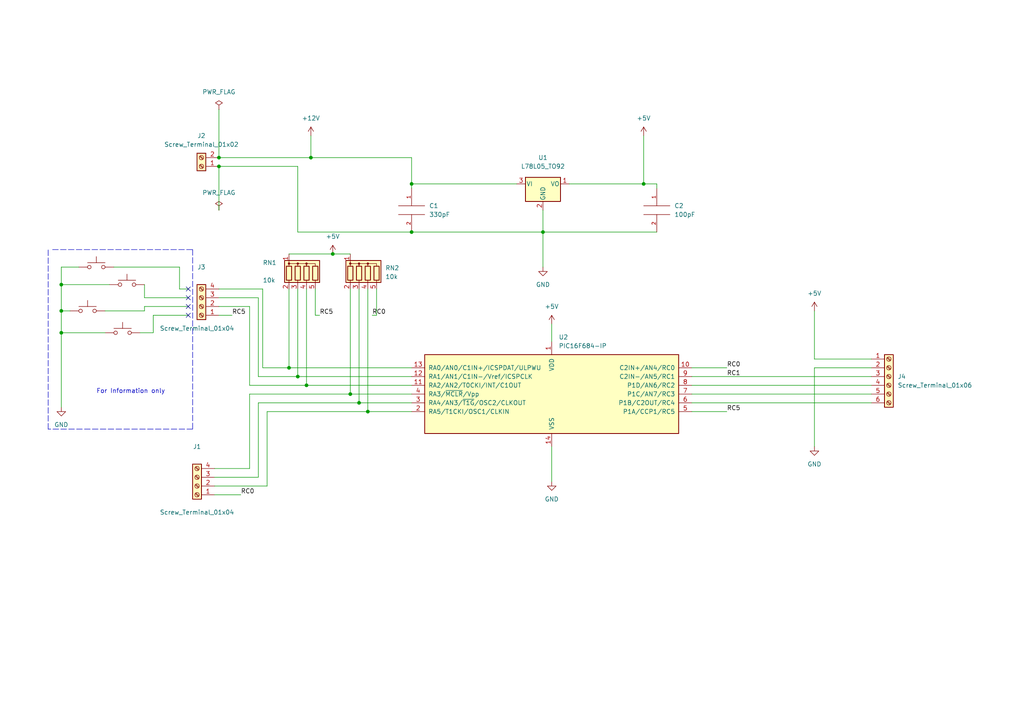
<source format=kicad_sch>
(kicad_sch (version 20211123) (generator eeschema)
  (paper "A4")
  (title_block (title "Button Servo") (date "2023-03-13") (rev "1.0"))
  (lib_symbols
    (symbol "Connector:Screw_Terminal_01x02" (pin_names (offset 1.016) hide)
      (property "Reference" "J" (at 0 2.54 0))
      (property "Value" "Screw_Terminal_01x02" (at 0 -5.08 0))
      (symbol "Screw_Terminal_01x02_1_1"
        (rectangle (start -1.27 1.27) (end 1.27 -3.81) (stroke (width 0.254)) (fill (type background)))
        (circle (center 0 -2.54) (radius 0.635) (stroke (width 0.1524)))
        (polyline (pts (xy -0.5334 -2.2098) (xy 0.3302 -3.048)) (stroke (width 0.1524)))
        (polyline (pts (xy -0.5334 0.3302) (xy 0.3302 -0.508)) (stroke (width 0.1524)))
        (polyline (pts (xy -0.3556 -2.032) (xy 0.508 -2.8702)) (stroke (width 0.1524)))
        (polyline (pts (xy -0.3556 0.508) (xy 0.508 -0.3302)) (stroke (width 0.1524)))
        (circle (center 0 0) (radius 0.635) (stroke (width 0.1524)))
        (pin passive line (at -5.08 0 0) (length 3.81) (name "Pin_1") (number "1"))
        (pin passive line (at -5.08 -2.54 0) (length 3.81) (name "Pin_2") (number "2"))
      )
    )
    (symbol "Connector:Screw_Terminal_01x04" (pin_names (offset 1.016) hide)
      (property "Reference" "J" (at 0 5.08 0))
      (property "Value" "Screw_Terminal_01x04" (at 0 -7.62 0))
      (symbol "Screw_Terminal_01x04_1_1"
        (rectangle (start -1.27 3.81) (end 1.27 -6.35) (stroke (width 0.254)) (fill (type background)))
        (circle (center 0 -5.08) (radius 0.635) (stroke (width 0.1524)))
        (circle (center 0 -2.54) (radius 0.635) (stroke (width 0.1524)))
        (polyline (pts (xy -0.5334 -4.7498) (xy 0.3302 -5.588)) (stroke (width 0.1524)))
        (polyline (pts (xy -0.5334 -2.2098) (xy 0.3302 -3.048)) (stroke (width 0.1524)))
        (polyline (pts (xy -0.5334 0.3302) (xy 0.3302 -0.508)) (stroke (width 0.1524)))
        (polyline (pts (xy -0.5334 2.8702) (xy 0.3302 2.032)) (stroke (width 0.1524)))
        (polyline (pts (xy -0.3556 -4.572) (xy 0.508 -5.4102)) (stroke (width 0.1524)))
        (polyline (pts (xy -0.3556 -2.032) (xy 0.508 -2.8702)) (stroke (width 0.1524)))
        (polyline (pts (xy -0.3556 0.508) (xy 0.508 -0.3302)) (stroke (width 0.1524)))
        (polyline (pts (xy -0.3556 3.048) (xy 0.508 2.2098)) (stroke (width 0.1524)))
        (circle (center 0 0) (radius 0.635) (stroke (width 0.1524)))
        (circle (center 0 2.54) (radius 0.635) (stroke (width 0.1524)))
        (pin passive line (at -5.08 2.54 0) (length 3.81) (name "Pin_1") (number "1"))
        (pin passive line (at -5.08 0 0) (length 3.81) (name "Pin_2") (number "2"))
        (pin passive line (at -5.08 -2.54 0) (length 3.81) (name "Pin_3") (number "3"))
        (pin passive line (at -5.08 -5.08 0) (length 3.81) (name "Pin_4") (number "4"))
      )
    )
    (symbol "Connector:Screw_Terminal_01x06" (pin_names (offset 1.016) hide)
      (property "Reference" "J" (at 0 7.62 0))
      (property "Value" "Screw_Terminal_01x06" (at 0 -10.16 0))
      (symbol "Screw_Terminal_01x06_1_1"
        (rectangle (start -1.27 6.35) (end 1.27 -8.89) (stroke (width 0.254)) (fill (type background)))
        (circle (center 0 -7.62) (radius 0.635) (stroke (width 0.1524)))
        (circle (center 0 -5.08) (radius 0.635) (stroke (width 0.1524)))
        (circle (center 0 -2.54) (radius 0.635) (stroke (width 0.1524)))
        (polyline (pts (xy -0.5334 -7.2898) (xy 0.3302 -8.128)) (stroke (width 0.1524)))
        (polyline (pts (xy -0.5334 -4.7498) (xy 0.3302 -5.588)) (stroke (width 0.1524)))
        (polyline (pts (xy -0.5334 -2.2098) (xy 0.3302 -3.048)) (stroke (width 0.1524)))
        (polyline (pts (xy -0.5334 0.3302) (xy 0.3302 -0.508)) (stroke (width 0.1524)))
        (polyline (pts (xy -0.5334 2.8702) (xy 0.3302 2.032)) (stroke (width 0.1524)))
        (polyline (pts (xy -0.5334 5.4102) (xy 0.3302 4.572)) (stroke (width 0.1524)))
        (polyline (pts (xy -0.3556 -7.112) (xy 0.508 -7.9502)) (stroke (width 0.1524)))
        (polyline (pts (xy -0.3556 -4.572) (xy 0.508 -5.4102)) (stroke (width 0.1524)))
        (polyline (pts (xy -0.3556 -2.032) (xy 0.508 -2.8702)) (stroke (width 0.1524)))
        (polyline (pts (xy -0.3556 0.508) (xy 0.508 -0.3302)) (stroke (width 0.1524)))
        (polyline (pts (xy -0.3556 3.048) (xy 0.508 2.2098)) (stroke (width 0.1524)))
        (polyline (pts (xy -0.3556 5.588) (xy 0.508 4.7498)) (stroke (width 0.1524)))
        (circle (center 0 0) (radius 0.635) (stroke (width 0.1524)))
        (circle (center 0 2.54) (radius 0.635) (stroke (width 0.1524)))
        (circle (center 0 5.08) (radius 0.635) (stroke (width 0.1524)))
        (pin passive line (at -5.08 5.08 0) (length 3.81) (name "Pin_1") (number "1"))
        (pin passive line (at -5.08 2.54 0) (length 3.81) (name "Pin_2") (number "2"))
        (pin passive line (at -5.08 0 0) (length 3.81) (name "Pin_3") (number "3"))
        (pin passive line (at -5.08 -2.54 0) (length 3.81) (name "Pin_4") (number "4"))
        (pin passive line (at -5.08 -5.08 0) (length 3.81) (name "Pin_5") (number "5"))
        (pin passive line (at -5.08 -7.62 0) (length 3.81) (name "Pin_6") (number "6"))
      )
    )
    (symbol "Device:R_Network04" (pin_names (offset 0) hide)
      (property "Reference" "RN" (at -7.62 0 90))
      (property "Value" "R_Network04" (at 5.08 0 90))
      (symbol "R_Network04_0_1"
        (rectangle (start -6.35 -3.175) (end 3.81 3.175) (stroke (width 0.254)) (fill (type background)))
        (rectangle (start -5.842 1.524) (end -4.318 -2.54) (stroke (width 0.254)))
        (circle (center -5.08 2.286) (radius 0.254) (fill (type outline)))
        (rectangle (start -3.302 1.524) (end -1.778 -2.54) (stroke (width 0.254)))
        (circle (center -2.54 2.286) (radius 0.254) (fill (type outline)))
        (rectangle (start -0.762 1.524) (end 0.762 -2.54) (stroke (width 0.254)))
        (polyline (pts (xy -5.08 -2.54) (xy -5.08 -3.81)))
        (polyline (pts (xy -2.54 -2.54) (xy -2.54 -3.81)))
        (polyline (pts (xy 0 -2.54) (xy 0 -3.81)))
        (polyline (pts (xy 2.54 -2.54) (xy 2.54 -3.81)))
        (polyline (pts (xy -5.08 1.524) (xy -5.08 2.286) (xy -2.54 2.286) (xy -2.54 1.524)))
        (polyline (pts (xy -2.54 1.524) (xy -2.54 2.286) (xy 0 2.286) (xy 0 1.524)))
        (polyline (pts (xy 0 1.524) (xy 0 2.286) (xy 2.54 2.286) (xy 2.54 1.524)))
        (circle (center 0 2.286) (radius 0.254) (fill (type outline)))
        (rectangle (start 1.778 1.524) (end 3.302 -2.54) (stroke (width 0.254)))
      )
      (symbol "R_Network04_1_1"
        (pin passive line (at -5.08 5.08 270) (length 2.54) (name "common") (number "1"))
        (pin passive line (at -5.08 -5.08 90) (length 1.27) (name "R1") (number "2"))
        (pin passive line (at -2.54 -5.08 90) (length 1.27) (name "R2") (number "3"))
        (pin passive line (at 0 -5.08 90) (length 1.27) (name "R3") (number "4"))
        (pin passive line (at 2.54 -5.08 90) (length 1.27) (name "R4") (number "5"))
      )
    )
    (symbol "MCU_Microchip_PIC16:PIC16F684-IP" (pin_names (offset 1.016))
      (property "Reference" "U" (at -35.56 15.24 0))
      (property "Value" "PIC16F684-IP" (at -35.56 12.7 0))
      (symbol "PIC16F684-IP_0_1"
        (rectangle (start -36.83 11.43) (end 36.83 -11.43) (stroke (width 0.254)) (fill (type background)))
      )
      (symbol "PIC16F684-IP_1_1"
        (pin power_in line (at 0 15.24 270) (length 3.81) (name "VDD") (number "1"))
        (pin bidirectional line (at 40.64 7.62 180) (length 3.81) (name "C2IN+/AN4/RC0") (number "10"))
        (pin bidirectional line (at -40.64 2.54 0) (length 3.81) (name "RA2/AN2/T0CKI/INT/C1OUT") (number "11"))
        (pin bidirectional line (at -40.64 5.08 0) (length 3.81) (name "RA1/AN1/C1IN-/Vref/ICSPCLK") (number "12"))
        (pin bidirectional line (at -40.64 7.62 0) (length 3.81) (name "RA0/AN0/C1IN+/ICSPDAT/ULPWU") (number "13"))
        (pin power_in line (at 0 -15.24 90) (length 3.81) (name "VSS") (number "14"))
        (pin bidirectional line (at -40.64 -5.08 0) (length 3.81) (name "RA5/T1CKI/OSC1/CLKIN") (number "2"))
        (pin bidirectional line (at -40.64 -2.54 0) (length 3.81) (name "RA4/AN3/~{T1G}/OSC2/CLKOUT") (number "3"))
        (pin input line (at -40.64 0 0) (length 3.81) (name "RA3/~{MCLR}/Vpp") (number "4"))
        (pin bidirectional line (at 40.64 -5.08 180) (length 3.81) (name "P1A/CCP1/RC5") (number "5"))
        (pin bidirectional line (at 40.64 -2.54 180) (length 3.81) (name "P1B/C2OUT/RC4") (number "6"))
        (pin bidirectional line (at 40.64 0 180) (length 3.81) (name "P1C/AN7/RC3") (number "7"))
        (pin bidirectional line (at 40.64 2.54 180) (length 3.81) (name "P1D/AN6/RC2") (number "8"))
        (pin bidirectional line (at 40.64 5.08 180) (length 3.81) (name "C2IN-/AN5/RC1") (number "9"))
      )
    )
    (symbol "Regulator_Linear:L78L05_TO92" (pin_names (offset 0.254))
      (property "Reference" "U" (at -3.81 3.175 0))
      (property "Value" "L78L05_TO92" (at 0 3.175 0))
      (symbol "L78L05_TO92_0_1"
        (rectangle (start -5.08 -5.08) (end 5.08 1.905) (stroke (width 0.254)) (fill (type background)))
      )
      (symbol "L78L05_TO92_1_1"
        (pin power_out line (at 7.62 0 180) (length 2.54) (name "VO") (number "1"))
        (pin power_in line (at 0 -7.62 90) (length 2.54) (name "GND") (number "2"))
        (pin power_in line (at -7.62 0 0) (length 2.54) (name "VI") (number "3"))
      )
    )
    (symbol "Switch:SW_Push" (pin_numbers hide) (pin_names (offset 1.016) hide)
      (property "Reference" "SW" (at 1.27 2.54 0))
      (property "Value" "SW_Push" (at 0 -1.524 0))
      (symbol "SW_Push_0_1"
        (circle (center -2.032 0) (radius 0.508))
        (polyline (pts (xy 0 1.27) (xy 0 3.048)))
        (polyline (pts (xy 2.54 1.27) (xy -2.54 1.27)))
        (circle (center 2.032 0) (radius 0.508))
        (pin passive line (at -5.08 0 0) (length 2.54) (name "1") (number "1"))
        (pin passive line (at 5.08 0 180) (length 2.54) (name "2") (number "2"))
      )
    )
    (symbol "power:+12V" (power) (pin_names (offset 0))
      (property "Value" "+12V" (at 0 3.556 0))
      (symbol "+12V_0_1"
        (polyline (pts (xy -0.762 1.27) (xy 0 2.54)))
        (polyline (pts (xy 0 0) (xy 0 2.54)))
        (polyline (pts (xy 0 2.54) (xy 0.762 1.27)))
      )
      (symbol "+12V_1_1"
        (pin power_in line (at 0 0 90) (length 0) hide (name "+12V") (number "1"))
      )
    )
    (symbol "power:+5V" (power) (pin_names (offset 0))
      (property "Value" "+5V" (at 0 3.556 0))
      (symbol "+5V_0_1"
        (polyline (pts (xy -0.762 1.27) (xy 0 2.54)))
        (polyline (pts (xy 0 0) (xy 0 2.54)))
        (polyline (pts (xy 0 2.54) (xy 0.762 1.27)))
      )
      (symbol "+5V_1_1"
        (pin power_in line (at 0 0 90) (length 0) hide (name "+5V") (number "1"))
      )
    )
    (symbol "power:GND" (power) (pin_names (offset 0))
      (property "Value" "GND" (at 0 -3.81 0))
      (symbol "GND_0_1"
        (polyline (pts (xy 0 0) (xy 0 -1.27) (xy 1.27 -1.27) (xy 0 -2.54) (xy -1.27 -1.27) (xy 0 -1.27)))
      )
      (symbol "GND_1_1"
        (pin power_in line (at 0 0 270) (length 0) hide (name "GND") (number "1"))
      )
    )
    (symbol "power:PWR_FLAG" (power) (pin_numbers hide) (pin_names (offset 0) hide)
      (property "Value" "PWR_FLAG" (at 0 3.81 0))
      (symbol "PWR_FLAG_0_0"
        (pin power_out line (at 0 0 90) (length 0) (name "pwr") (number "1"))
      )
      (symbol "PWR_FLAG_0_1"
        (polyline (pts (xy 0 0) (xy 0 1.27) (xy -1.016 1.905) (xy 0 2.54) (xy 1.016 1.905) (xy 0 1.27)))
      )
    )
    (symbol "pspice:C" (pin_names (offset 0.254))
      (property "Reference" "C" (at 2.54 3.81 90))
      (property "Value" "C" (at 2.54 -3.81 90))
      (symbol "C_0_1"
        (polyline (pts (xy -3.81 -1.27) (xy 3.81 -1.27)))
        (polyline (pts (xy -3.81 1.27) (xy 3.81 1.27)))
      )
      (symbol "C_1_1"
        (pin passive line (at 0 6.35 270) (length 5.08) (name "~") (number "1"))
        (pin passive line (at 0 -6.35 90) (length 5.08) (name "~") (number "2"))
      )
    )
  )
  (junction (at 104.14 116.84))
  (junction (at 63.5 48.26))
  (junction (at 17.78 82.55))
  (junction (at 96.52 73.66))
  (junction (at 119.38 53.34))
  (junction (at 101.6 114.3))
  (junction (at 63.5 45.72))
  (junction (at 88.9 111.76))
  (junction (at 186.69 53.34))
  (junction (at 106.68 119.38))
  (junction (at 83.82 106.68))
  (junction (at 90.17 45.72))
  (junction (at 17.78 96.52))
  (junction (at 86.36 109.22))
  (junction (at 157.48 67.31))
  (junction (at 17.78 90.17))
  (junction (at 119.38 67.31))
  (no_connect (at 54.61 88.9))
  (no_connect (at 54.61 83.82))
  (no_connect (at 54.61 86.36))
  (no_connect (at 54.61 91.44))
  (wire (pts (xy 41.91 90.17) (xy 41.91 88.9)))
  (wire (pts (xy 236.22 106.68) (xy 252.73 106.68)))
  (wire (pts (xy 52.07 83.82) (xy 54.61 83.82)))
  (wire (pts (xy 74.93 109.22) (xy 86.36 109.22)))
  (wire (pts (xy 88.9 83.82) (xy 88.9 111.76)))
  (wire (pts (xy 119.38 67.31) (xy 86.36 67.31)))
  (wire (pts (xy 17.78 90.17) (xy 20.32 90.17)))
  (wire (pts (xy 40.64 96.52) (xy 44.45 96.52)))
  (wire (pts (xy 74.93 86.36) (xy 63.5 86.36)))
  (wire (pts (xy 190.5 53.34) (xy 190.5 54.61)))
  (wire (pts (xy 104.14 83.82) (xy 104.14 116.84)))
  (wire (pts (xy 76.2 83.82) (xy 63.5 83.82)))
  (wire (pts (xy 62.23 135.89) (xy 72.39 135.89)))
  (wire (pts (xy 72.39 114.3) (xy 101.6 114.3)))
  (wire (pts (xy 77.47 119.38) (xy 106.68 119.38)))
  (wire (pts (xy 83.82 106.68) (xy 119.38 106.68)))
  (wire (pts (xy 17.78 77.47) (xy 17.78 82.55)))
  (wire (pts (xy 63.5 45.72) (xy 90.17 45.72)))
  (wire (pts (xy 86.36 67.31) (xy 86.36 48.26)))
  (wire (pts (xy 44.45 91.44) (xy 54.61 91.44)))
  (wire (pts (xy 109.22 83.82) (xy 109.22 91.44)))
  (wire (pts (xy 96.52 73.66) (xy 101.6 73.66)))
  (wire (pts (xy 160.02 93.98) (xy 160.02 99.06)))
  (wire (pts (xy 72.39 111.76) (xy 88.9 111.76)))
  (wire (pts (xy 77.47 119.38) (xy 77.47 140.97)))
  (wire (pts (xy 157.48 60.96) (xy 157.48 67.31)))
  (polyline (pts (xy 13.97 124.46) (xy 13.97 72.39)))
  (wire (pts (xy 44.45 96.52) (xy 44.45 91.44)))
  (wire (pts (xy 17.78 96.52) (xy 30.48 96.52)))
  (wire (pts (xy 62.23 143.51) (xy 69.85 143.51)))
  (wire (pts (xy 17.78 82.55) (xy 31.75 82.55)))
  (wire (pts (xy 62.23 140.97) (xy 77.47 140.97)))
  (wire (pts (xy 86.36 48.26) (xy 63.5 48.26)))
  (wire (pts (xy 83.82 83.82) (xy 83.82 106.68)))
  (wire (pts (xy 63.5 91.44) (xy 67.31 91.44)))
  (wire (pts (xy 17.78 82.55) (xy 17.78 90.17)))
  (wire (pts (xy 200.66 106.68) (xy 210.82 106.68)))
  (wire (pts (xy 74.93 109.22) (xy 74.93 86.36)))
  (wire (pts (xy 90.17 45.72) (xy 119.38 45.72)))
  (polyline (pts (xy 15.24 72.39) (xy 55.88 72.39)))
  (wire (pts (xy 119.38 54.61) (xy 119.38 53.34)))
  (polyline (pts (xy 55.88 124.46) (xy 13.97 124.46)))
  (wire (pts (xy 74.93 116.84) (xy 104.14 116.84)))
  (wire (pts (xy 91.44 91.44) (xy 92.71 91.44)))
  (wire (pts (xy 76.2 83.82) (xy 76.2 106.68)))
  (wire (pts (xy 30.48 90.17) (xy 41.91 90.17)))
  (wire (pts (xy 236.22 104.14) (xy 252.73 104.14)))
  (wire (pts (xy 91.44 83.82) (xy 91.44 91.44)))
  (wire (pts (xy 119.38 67.31) (xy 157.48 67.31)))
  (wire (pts (xy 72.39 135.89) (xy 72.39 114.3)))
  (wire (pts (xy 157.48 67.31) (xy 190.5 67.31)))
  (wire (pts (xy 63.5 31.75) (xy 63.5 45.72)))
  (wire (pts (xy 76.2 106.68) (xy 83.82 106.68)))
  (wire (pts (xy 119.38 53.34) (xy 149.86 53.34)))
  (wire (pts (xy 72.39 111.76) (xy 72.39 88.9)))
  (wire (pts (xy 83.82 73.66) (xy 96.52 73.66)))
  (wire (pts (xy 41.91 88.9) (xy 54.61 88.9)))
  (wire (pts (xy 62.23 138.43) (xy 74.93 138.43)))
  (wire (pts (xy 41.91 86.36) (xy 54.61 86.36)))
  (wire (pts (xy 157.48 67.31) (xy 157.48 77.47)))
  (wire (pts (xy 236.22 129.54) (xy 236.22 106.68)))
  (wire (pts (xy 200.66 116.84) (xy 252.73 116.84)))
  (wire (pts (xy 86.36 83.82) (xy 86.36 109.22)))
  (wire (pts (xy 104.14 116.84) (xy 119.38 116.84)))
  (wire (pts (xy 88.9 111.76) (xy 119.38 111.76)))
  (wire (pts (xy 165.1 53.34) (xy 186.69 53.34)))
  (wire (pts (xy 63.5 48.26) (xy 63.5 60.96)))
  (wire (pts (xy 101.6 114.3) (xy 119.38 114.3)))
  (wire (pts (xy 200.66 111.76) (xy 252.73 111.76)))
  (wire (pts (xy 22.86 77.47) (xy 17.78 77.47)))
  (wire (pts (xy 200.66 114.3) (xy 252.73 114.3)))
  (wire (pts (xy 72.39 88.9) (xy 63.5 88.9)))
  (polyline (pts (xy 55.88 72.39) (xy 55.88 124.46)))
  (wire (pts (xy 200.66 119.38) (xy 210.82 119.38)))
  (wire (pts (xy 106.68 119.38) (xy 119.38 119.38)))
  (wire (pts (xy 41.91 82.55) (xy 41.91 86.36)))
  (wire (pts (xy 33.02 77.47) (xy 52.07 77.47)))
  (wire (pts (xy 74.93 138.43) (xy 74.93 116.84)))
  (wire (pts (xy 17.78 90.17) (xy 17.78 96.52)))
  (wire (pts (xy 52.07 77.47) (xy 52.07 83.82)))
  (wire (pts (xy 106.68 83.82) (xy 106.68 119.38)))
  (wire (pts (xy 186.69 39.37) (xy 186.69 53.34)))
  (wire (pts (xy 86.36 109.22) (xy 119.38 109.22)))
  (wire (pts (xy 236.22 90.17) (xy 236.22 104.14)))
  (wire (pts (xy 119.38 45.72) (xy 119.38 53.34)))
  (wire (pts (xy 160.02 129.54) (xy 160.02 139.7)))
  (wire (pts (xy 109.22 91.44) (xy 107.95 91.44)))
  (wire (pts (xy 200.66 109.22) (xy 252.73 109.22)))
  (wire (pts (xy 186.69 53.34) (xy 190.5 53.34)))
  (wire (pts (xy 17.78 96.52) (xy 17.78 118.11)))
  (wire (pts (xy 101.6 83.82) (xy 101.6 114.3)))
  (wire (pts (xy 90.17 39.37) (xy 90.17 45.72)))
  (text "For Information only\n" (at 27.94 114.3 0) (effects (font (size 1.27 1.27)) (justify left bottom)))
  (label "RC5" (at 92.71 91.44 0))
  (label "RC5" (at 210.82 119.38 0))
  (label "RC0" (at 69.85 143.51 0))
  (label "RC0" (at 210.82 106.68 0))
  (label "RC1" (at 210.82 109.22 0))
  (label "RC0" (at 107.95 91.44 0))
  (label "RC5" (at 67.31 91.44 0))
  (symbol (lib_id "Connector:Screw_Terminal_01x06") (at 257.81 109.22 0) (unit 1)
    (property "Reference" "J4" (at 260.35 109.2199 0) (effects (justify left)))
    (property "Value" "Screw_Terminal_01x06" (at 260.35 111.7599 0) (effects (justify left)))
    (property "Footprint" "TerminalBlock_MetzConnect:TerminalBlock_MetzConnect_Type059_RT06306HBWC_1x06_P3.50mm_Horizontal" (effects hide))
  )
  (symbol (lib_id "power:GND") (at 236.22 129.54 0) (unit 1)
    (property "Reference" "#PWR0103" (effects hide))
    (property "Value" "GND" (at 236.22 134.62 0))
  )
  (symbol (lib_id "power:+5V") (at 186.69 39.37 0) (unit 1)
    (property "Reference" "#PWR0104" (effects hide))
    (property "Value" "+5V" (at 186.69 34.29 0))
  )
  (symbol (lib_id "power:PWR_FLAG") (at 63.5 31.75 0) (unit 1)
    (property "Reference" "#FLG0102" (effects hide))
    (property "Value" "PWR_FLAG" (at 63.5 26.67 0))
  )
  (symbol (lib_id "Connector:Screw_Terminal_01x04") (at 57.15 140.97 180) (unit 1)
    (property "Reference" "J1" (at 57.15 129.54 0))
    (property "Value" "Screw_Terminal_01x04" (at 57.15 148.59 0))
    (property "Footprint" "TerminalBlock_MetzConnect:TerminalBlock_MetzConnect_Type059_RT06304HBWC_1x04_P3.50mm_Horizontal" (effects hide))
  )
  (symbol (lib_id "Switch:SW_Push") (at 25.4 90.17 0) (unit 1) (on_board no)
    (property "Reference" "SW1" (effects hide))
    (property "Value" "SW_Push" (effects hide))
  )
  (symbol (lib_id "Device:R_Network04") (at 88.9 78.74 0) (unit 1)
    (property "Reference" "RN1" (at 76.2 76.2 0) (effects (justify left)))
    (property "Value" "10k" (at 76.2 81.28 0) (effects (justify left)))
    (property "Footprint" "Resistor_THT:R_Array_SIP5" (effects hide))
    (property "Datasheet" "http://www.vishay.com/docs/31509/csc.pdf" (effects hide))
  )
  (symbol (lib_id "Connector:Screw_Terminal_01x02") (at 58.42 48.26 180) (unit 1)
    (property "Reference" "J2" (at 58.42 39.37 0))
    (property "Value" "Screw_Terminal_01x02" (at 58.42 41.91 0))
    (property "Footprint" "TerminalBlock_MetzConnect:TerminalBlock_MetzConnect_Type059_RT06302HBWC_1x02_P3.50mm_Horizontal" (effects hide))
  )
  (symbol (lib_id "Switch:SW_Push") (at 36.83 82.55 0) (unit 1) (on_board no)
    (property "Reference" "SW4" (effects hide))
    (property "Value" "SW_Push" (effects hide))
  )
  (symbol (lib_id "power:+12V") (at 90.17 39.37 0) (unit 1)
    (property "Reference" "#PWR0107" (effects hide))
    (property "Value" "+12V" (at 90.17 34.29 0))
  )
  (symbol (lib_id "Connector:Screw_Terminal_01x04") (at 58.42 88.9 180) (unit 1)
    (property "Reference" "J3" (at 58.42 77.47 0))
    (property "Value" "Screw_Terminal_01x04" (at 57.15 95.25 0))
    (property "Footprint" "TerminalBlock_MetzConnect:TerminalBlock_MetzConnect_Type059_RT06304HBWC_1x04_P3.50mm_Horizontal" (effects hide))
  )
  (symbol (lib_id "pspice:C") (at 119.38 60.96 0) (unit 1)
    (property "Reference" "C1" (at 124.46 59.6899 0) (effects (justify left)))
    (property "Value" "330pF" (at 124.46 62.2299 0) (effects (justify left)))
    (property "Footprint" "Capacitor_THT:CP_Radial_D4.0mm_P1.50mm" (effects hide))
  )
  (symbol (lib_id "pspice:C") (at 190.5 60.96 0) (unit 1)
    (property "Reference" "C2" (at 195.58 59.6899 0) (effects (justify left)))
    (property "Value" "100pF" (at 195.58 62.2299 0) (effects (justify left)))
    (property "Footprint" "Capacitor_THT:CP_Radial_D4.0mm_P1.50mm" (effects hide))
  )
  (symbol (lib_id "Device:R_Network04") (at 106.68 78.74 0) (unit 1)
    (property "Reference" "RN2" (at 111.76 77.7239 0) (effects (justify left)))
    (property "Value" "10k" (at 111.76 80.2639 0) (effects (justify left)))
    (property "Footprint" "Resistor_THT:R_Array_SIP5" (effects hide))
    (property "Datasheet" "http://www.vishay.com/docs/31509/csc.pdf" (effects hide))
  )
  (symbol (lib_id "Regulator_Linear:L78L05_TO92") (at 157.48 53.34 0) (unit 1)
    (property "Reference" "U1" (at 157.48 45.72 0))
    (property "Value" "L78L05_TO92" (at 157.48 48.26 0))
    (property "Footprint" "Package_TO_SOT_THT:TO-92_Inline" (effects hide))
    (property "Datasheet" "http://www.st.com/content/ccc/resource/technical/document/datasheet/15/55/e5/aa/23/5b/43/fd/CD00000446.pdf/files/CD00000446.pdf/jcr:content/translations/en.CD00000446.pdf" (effects hide))
  )
  (symbol (lib_id "power:GND") (at 160.02 139.7 0) (unit 1)
    (property "Reference" "#PWR0102" (effects hide))
    (property "Value" "GND" (at 160.02 144.78 0))
  )
  (symbol (lib_id "power:+5V") (at 96.52 73.66 0) (unit 1)
    (property "Reference" "#PWR0108" (effects hide))
    (property "Value" "+5V" (at 96.52 68.58 0))
  )
  (symbol (lib_id "MCU_Microchip_PIC16:PIC16F684-IP") (at 160.02 114.3 0) (unit 1)
    (property "Reference" "U2" (at 162.0394 97.79 0) (effects (justify left)))
    (property "Value" "PIC16F684-IP" (at 162.0394 100.33 0) (effects (justify left)))
    (property "Footprint" "Package_DIP:DIP-18_W7.62mm_LongPads" (effects hide))
    (property "Datasheet" "http://ww1.microchip.com/downloads/en/DeviceDoc/41202F-print.pdf" (effects hide))
  )
  (symbol (lib_id "power:+5V") (at 160.02 93.98 0) (unit 1)
    (property "Reference" "#PWR0101" (effects hide))
    (property "Value" "+5V" (at 160.02 88.9 0))
  )
  (symbol (lib_id "Switch:SW_Push") (at 35.56 96.52 0) (unit 1) (on_board no)
    (property "Reference" "SW3" (effects hide))
    (property "Value" "SW_Push" (effects hide))
  )
  (symbol (lib_id "power:GND") (at 17.78 118.11 0) (unit 1) (on_board no)
    (property "Reference" "#PWR0109" (effects hide))
    (property "Value" "GND" (at 17.78 123.19 0))
  )
  (symbol (lib_id "Switch:SW_Push") (at 27.94 77.47 0) (unit 1) (on_board no)
    (property "Reference" "SW2" (effects hide))
    (property "Value" "SW_Push" (effects hide))
  )
  (symbol (lib_id "power:GND") (at 157.48 77.47 0) (unit 1)
    (property "Reference" "#PWR0106" (effects hide))
    (property "Value" "GND" (at 157.48 82.55 0))
  )
  (symbol (lib_id "power:PWR_FLAG") (at 63.5 60.96 0) (unit 1)
    (property "Reference" "#FLG0101" (effects hide))
    (property "Value" "PWR_FLAG" (at 63.5 55.88 0))
  )
  (symbol (lib_id "power:+5V") (at 236.22 90.17 0) (unit 1)
    (property "Reference" "#PWR0105" (effects hide))
    (property "Value" "+5V" (at 236.22 85.09 0))
  )
)
</source>
